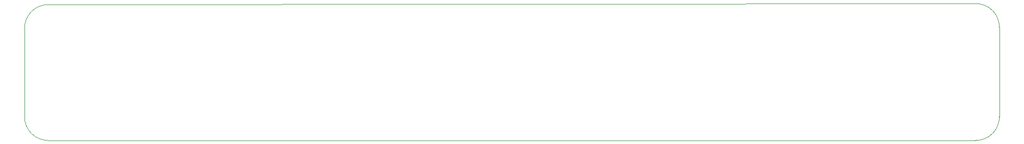
<source format=gbr>
%TF.GenerationSoftware,KiCad,Pcbnew,9.0.1*%
%TF.CreationDate,2025-05-15T18:12:51+02:00*%
%TF.ProjectId,Projet S6,50726f6a-6574-4205-9336-2e6b69636164,rev?*%
%TF.SameCoordinates,Original*%
%TF.FileFunction,Profile,NP*%
%FSLAX46Y46*%
G04 Gerber Fmt 4.6, Leading zero omitted, Abs format (unit mm)*
G04 Created by KiCad (PCBNEW 9.0.1) date 2025-05-15 18:12:51*
%MOMM*%
%LPD*%
G01*
G04 APERTURE LIST*
%TA.AperFunction,Profile*%
%ADD10C,0.050000*%
%TD*%
G04 APERTURE END LIST*
D10*
X83000000Y-79000000D02*
X240000000Y-79000000D01*
X240000000Y-55828427D02*
X83000000Y-56000000D01*
X79000000Y-60000000D02*
X79000000Y-75000000D01*
X83000000Y-79000000D02*
G75*
G02*
X79000000Y-75000000I0J4000000D01*
G01*
X79000000Y-60000000D02*
G75*
G02*
X83000000Y-56000000I4000000J0D01*
G01*
X243999972Y-59828427D02*
X244000000Y-75000000D01*
X244000000Y-75000000D02*
G75*
G02*
X240000000Y-79000000I-4000000J0D01*
G01*
X240000000Y-55828427D02*
G75*
G02*
X244000000Y-59828427I0J-4000000D01*
G01*
M02*

</source>
